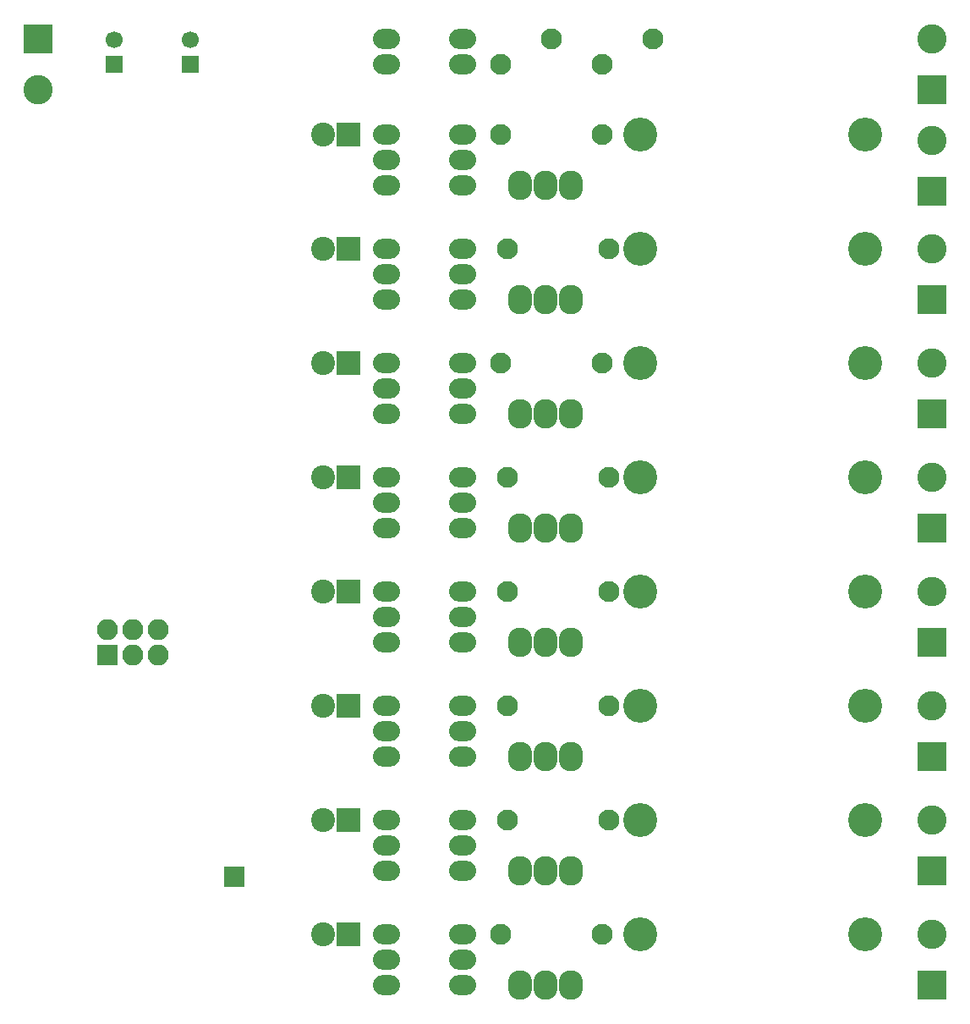
<source format=gbs>
G04 #@! TF.FileFunction,Soldermask,Bot*
%FSLAX46Y46*%
G04 Gerber Fmt 4.6, Leading zero omitted, Abs format (unit mm)*
G04 Created by KiCad (PCBNEW 4.0.5-e0-6337~49~ubuntu16.04.1) date Tue Jan 17 09:06:28 2017*
%MOMM*%
%LPD*%
G01*
G04 APERTURE LIST*
%ADD10C,0.100000*%
%ADD11R,2.940000X2.940000*%
%ADD12C,2.940000*%
%ADD13O,2.700000X2.000000*%
%ADD14O,2.432000X2.940000*%
%ADD15C,1.700000*%
%ADD16R,1.700000X1.700000*%
%ADD17C,3.400000*%
%ADD18R,2.400000X2.400000*%
%ADD19C,2.400000*%
%ADD20R,2.100000X2.100000*%
%ADD21C,2.099260*%
%ADD22O,2.100000X2.100000*%
G04 APERTURE END LIST*
D10*
D11*
X138430000Y-47625000D03*
D12*
X138430000Y-42545000D03*
D11*
X138430000Y-57785000D03*
D12*
X138430000Y-52705000D03*
D11*
X138430000Y-68580000D03*
D12*
X138430000Y-63500000D03*
D11*
X138430000Y-80010000D03*
D12*
X138430000Y-74930000D03*
D11*
X138430000Y-91440000D03*
D12*
X138430000Y-86360000D03*
D11*
X138430000Y-102870000D03*
D12*
X138430000Y-97790000D03*
D11*
X138430000Y-114300000D03*
D12*
X138430000Y-109220000D03*
D11*
X138430000Y-125730000D03*
D12*
X138430000Y-120650000D03*
D11*
X138430000Y-137160000D03*
D12*
X138430000Y-132080000D03*
D13*
X91440000Y-45085000D03*
X91440000Y-42545000D03*
X83820000Y-42545000D03*
X83820000Y-45085000D03*
X83820000Y-52070000D03*
X83820000Y-54610000D03*
X83820000Y-57150000D03*
X91440000Y-57150000D03*
X91440000Y-54610000D03*
X91440000Y-52070000D03*
X83820000Y-63500000D03*
X83820000Y-66040000D03*
X83820000Y-68580000D03*
X91440000Y-68580000D03*
X91440000Y-66040000D03*
X91440000Y-63500000D03*
X83820000Y-74930000D03*
X83820000Y-77470000D03*
X83820000Y-80010000D03*
X91440000Y-80010000D03*
X91440000Y-77470000D03*
X91440000Y-74930000D03*
X83820000Y-86360000D03*
X83820000Y-88900000D03*
X83820000Y-91440000D03*
X91440000Y-91440000D03*
X91440000Y-88900000D03*
X91440000Y-86360000D03*
X83820000Y-97790000D03*
X83820000Y-100330000D03*
X83820000Y-102870000D03*
X91440000Y-102870000D03*
X91440000Y-100330000D03*
X91440000Y-97790000D03*
X83820000Y-109220000D03*
X83820000Y-111760000D03*
X83820000Y-114300000D03*
X91440000Y-114300000D03*
X91440000Y-111760000D03*
X91440000Y-109220000D03*
X83820000Y-120650000D03*
X83820000Y-123190000D03*
X83820000Y-125730000D03*
X91440000Y-125730000D03*
X91440000Y-123190000D03*
X91440000Y-120650000D03*
X83820000Y-132080000D03*
X83820000Y-134620000D03*
X83820000Y-137160000D03*
X91440000Y-137160000D03*
X91440000Y-134620000D03*
X91440000Y-132080000D03*
D14*
X99695000Y-57150000D03*
X97155000Y-57150000D03*
X102235000Y-57150000D03*
X99695000Y-68580000D03*
X97155000Y-68580000D03*
X102235000Y-68580000D03*
X99695000Y-80010000D03*
X97155000Y-80010000D03*
X102235000Y-80010000D03*
X99695000Y-91440000D03*
X97155000Y-91440000D03*
X102235000Y-91440000D03*
X99695000Y-102870000D03*
X97155000Y-102870000D03*
X102235000Y-102870000D03*
X99695000Y-114300000D03*
X97155000Y-114300000D03*
X102235000Y-114300000D03*
X99695000Y-125730000D03*
X97155000Y-125730000D03*
X102235000Y-125730000D03*
X99695000Y-137160000D03*
X97155000Y-137160000D03*
X102235000Y-137160000D03*
D15*
X56515000Y-42585000D03*
D16*
X56515000Y-45085000D03*
D15*
X64135000Y-42585000D03*
D16*
X64135000Y-45085000D03*
D11*
X48895000Y-42545000D03*
D12*
X48895000Y-47625000D03*
D17*
X109220000Y-52070000D03*
X131720000Y-52070000D03*
X109220000Y-63500000D03*
X131720000Y-63500000D03*
X109220000Y-74930000D03*
X131720000Y-74930000D03*
X109220000Y-86360000D03*
X131720000Y-86360000D03*
X109220000Y-97790000D03*
X131720000Y-97790000D03*
X109220000Y-109220000D03*
X131720000Y-109220000D03*
X109220000Y-120650000D03*
X131720000Y-120650000D03*
X109220000Y-132080000D03*
X131720000Y-132080000D03*
D18*
X80010000Y-52070000D03*
D19*
X77470000Y-52070000D03*
D18*
X80010000Y-63500000D03*
D19*
X77470000Y-63500000D03*
D18*
X80010000Y-74930000D03*
D19*
X77470000Y-74930000D03*
D18*
X80010000Y-86360000D03*
D19*
X77470000Y-86360000D03*
D18*
X80010000Y-97790000D03*
D19*
X77470000Y-97790000D03*
D18*
X80010000Y-109220000D03*
D19*
X77470000Y-109220000D03*
D18*
X80010000Y-120650000D03*
D19*
X77470000Y-120650000D03*
D18*
X80010000Y-132080000D03*
D19*
X77470000Y-132080000D03*
D20*
X68580000Y-126365000D03*
D21*
X95249480Y-45087540D03*
X105409480Y-45087540D03*
X105410520Y-52067460D03*
X95250520Y-52067460D03*
X106045520Y-63497460D03*
X95885520Y-63497460D03*
X105410520Y-74927460D03*
X95250520Y-74927460D03*
X106045520Y-86357460D03*
X95885520Y-86357460D03*
X106045520Y-97787460D03*
X95885520Y-97787460D03*
X106045520Y-109217460D03*
X95885520Y-109217460D03*
X106045520Y-120647460D03*
X95885520Y-120647460D03*
X105410520Y-132077460D03*
X95250520Y-132077460D03*
X100329480Y-42547540D03*
X110489480Y-42547540D03*
D20*
X55880000Y-104140000D03*
D22*
X55880000Y-101600000D03*
X58420000Y-104140000D03*
X58420000Y-101600000D03*
X60960000Y-104140000D03*
X60960000Y-101600000D03*
M02*

</source>
